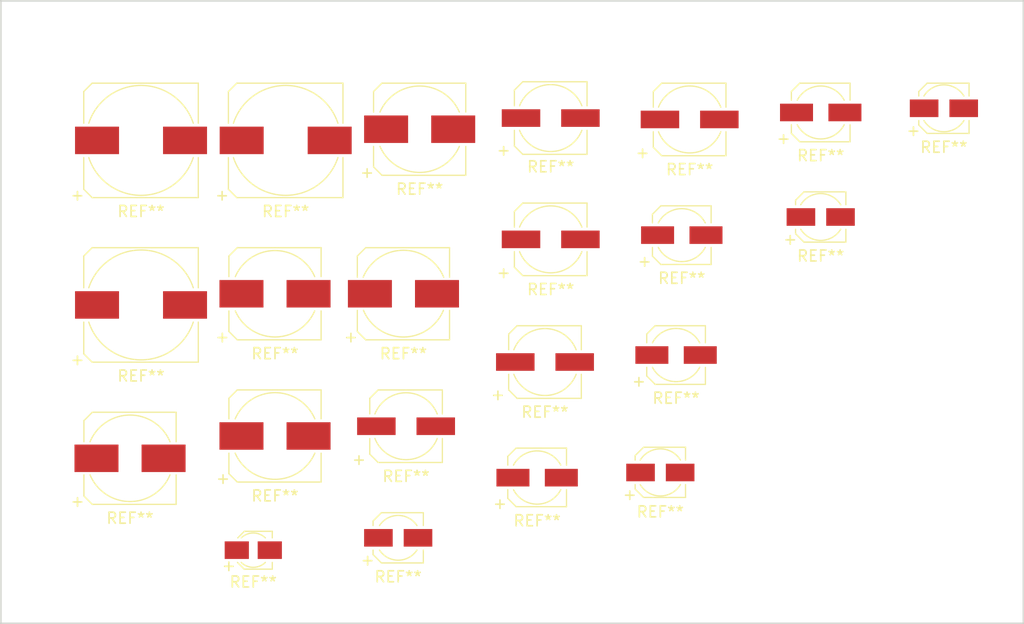
<source format=kicad_pcb>
(kicad_pcb (version 4) (host pcbnew 4.0.5)

  (general
    (links 0)
    (no_connects 0)
    (area 45.644999 40.564999 127.075001 91.515001)
    (thickness 1.6)
    (drawings 4)
    (tracks 0)
    (zones 0)
    (modules 22)
    (nets 1)
  )

  (page A4)
  (layers
    (0 F.Cu signal)
    (31 B.Cu signal)
    (32 B.Adhes user)
    (33 F.Adhes user)
    (34 B.Paste user)
    (35 F.Paste user)
    (36 B.SilkS user)
    (37 F.SilkS user)
    (38 B.Mask user)
    (39 F.Mask user)
    (40 Dwgs.User user)
    (41 Cmts.User user)
    (42 Eco1.User user)
    (43 Eco2.User user)
    (44 Edge.Cuts user)
    (45 Margin user)
    (46 B.CrtYd user)
    (47 F.CrtYd user)
    (48 B.Fab user)
    (49 F.Fab user)
  )

  (setup
    (last_trace_width 0.25)
    (trace_clearance 0.2)
    (zone_clearance 0.508)
    (zone_45_only no)
    (trace_min 0.2)
    (segment_width 0.2)
    (edge_width 0.15)
    (via_size 0.6)
    (via_drill 0.4)
    (via_min_size 0.4)
    (via_min_drill 0.3)
    (uvia_size 0.3)
    (uvia_drill 0.1)
    (uvias_allowed no)
    (uvia_min_size 0.2)
    (uvia_min_drill 0.1)
    (pcb_text_width 0.3)
    (pcb_text_size 1.5 1.5)
    (mod_edge_width 0.15)
    (mod_text_size 1 1)
    (mod_text_width 0.15)
    (pad_size 1.524 1.524)
    (pad_drill 0.762)
    (pad_to_mask_clearance 0.2)
    (aux_axis_origin 0 0)
    (visible_elements 7FFFFFFF)
    (pcbplotparams
      (layerselection 0x00030_80000001)
      (usegerberextensions false)
      (excludeedgelayer true)
      (linewidth 0.100000)
      (plotframeref false)
      (viasonmask false)
      (mode 1)
      (useauxorigin false)
      (hpglpennumber 1)
      (hpglpenspeed 20)
      (hpglpendiameter 15)
      (hpglpenoverlay 2)
      (psnegative false)
      (psa4output false)
      (plotreference true)
      (plotvalue true)
      (plotinvisibletext false)
      (padsonsilk false)
      (subtractmaskfromsilk false)
      (outputformat 1)
      (mirror false)
      (drillshape 1)
      (scaleselection 1)
      (outputdirectory ""))
  )

  (net 0 "")

  (net_class Default "This is the default net class."
    (clearance 0.2)
    (trace_width 0.25)
    (via_dia 0.6)
    (via_drill 0.4)
    (uvia_dia 0.3)
    (uvia_drill 0.1)
  )

  (module CP_Elec_10x10.5 (layer F.Cu) (tedit 57FA4AE4) (tstamp 0)
    (at 133.650002 48.004299)
    (descr "SMT capacitor, aluminium electrolytic, 10x10.5")
    (attr smd)
    (fp_text reference REF** (at 0 6.4643) (layer F.SilkS)
      (effects (font (size 1 1) (thickness 0.15)))
    )
    (fp_text value CP_Elec_10x10.5 (at 0 -6.4643) (layer F.Fab)
      (effects (font (size 1 1) (thickness 0.15)))
    )
    (fp_line (start -5.207 -4.445) (end -5.207 -1.5621) (layer F.SilkS) (width 0.12))
    (fp_line (start -5.207 4.445) (end -5.207 1.5621) (layer F.SilkS) (width 0.12))
    (fp_line (start 5.207 5.207) (end 5.207 1.5621) (layer F.SilkS) (width 0.12))
    (fp_line (start 5.207 -5.207) (end 5.207 -1.5621) (layer F.SilkS) (width 0.12))
    (fp_arc (start 0 0) (end 4.7498 1.5621) (angle 143.5903069) (layer F.SilkS) (width 0.12))
    (fp_arc (start 0 0) (end -4.7498 -1.5621) (angle 143.5903069) (layer F.SilkS) (width 0.12))
    (fp_line (start 5.0546 5.0546) (end 5.0546 -5.0546) (layer F.Fab) (width 0.1))
    (fp_line (start -4.3815 5.0546) (end 5.0546 5.0546) (layer F.Fab) (width 0.1))
    (fp_line (start -5.0546 4.3815) (end -4.3815 5.0546) (layer F.Fab) (width 0.1))
    (fp_line (start -5.0546 -4.3815) (end -5.0546 4.3815) (layer F.Fab) (width 0.1))
    (fp_line (start -4.3815 -5.0546) (end -5.0546 -4.3815) (layer F.Fab) (width 0.1))
    (fp_line (start 5.0546 -5.0546) (end -4.3815 -5.0546) (layer F.Fab) (width 0.1))
    (fp_text user + (at -2.9083 -0.0762) (layer F.Fab)
      (effects (font (size 1 1) (thickness 0.15)))
    )
    (fp_text user + (at -5.7785 4.9657) (layer F.SilkS)
      (effects (font (size 1 1) (thickness 0.15)))
    )
    (fp_line (start 6.35 -5.6) (end -6.35 -5.6) (layer F.CrtYd) (width 0.05))
    (fp_line (start -6.35 -5.6) (end -6.35 5.6) (layer F.CrtYd) (width 0.05))
    (fp_line (start -6.35 5.6) (end 6.35 5.6) (layer F.CrtYd) (width 0.05))
    (fp_line (start 6.35 5.6) (end 6.35 -5.6) (layer F.CrtYd) (width 0.05))
    (fp_line (start 5.207 5.207) (end -4.445 5.207) (layer F.SilkS) (width 0.12))
    (fp_line (start -4.445 5.207) (end -5.207 4.445) (layer F.SilkS) (width 0.12))
    (fp_line (start -5.207 -4.445) (end -4.445 -5.207) (layer F.SilkS) (width 0.12))
    (fp_line (start -4.445 -5.207) (end 5.207 -5.207) (layer F.SilkS) (width 0.12))
    (pad 1 smd rect (at -4 0 180) (size 4 2.5) (layers F.Cu F.Paste F.Mask))
    (pad 2 smd rect (at 4 0 180) (size 4 2.5) (layers F.Cu F.Paste F.Mask))
    (model Capacitors_SMD.3dshapes/CP_Elec_10x10.5.wrl
      (at (xyz 0 0 0))
      (scale (xyz 1 1 1))
      (rotate (xyz 0 0 180))
    )
  )

  (module CP_Elec_10x10 (layer F.Cu) (tedit 57FA4A6C) (tstamp 0)
    (at 133.650002 62.974299)
    (descr "SMT capacitor, aluminium electrolytic, 10x10")
    (attr smd)
    (fp_text reference REF** (at 0 6.4643) (layer F.SilkS)
      (effects (font (size 1 1) (thickness 0.15)))
    )
    (fp_text value CP_Elec_10x10 (at 0 -6.4643) (layer F.Fab)
      (effects (font (size 1 1) (thickness 0.15)))
    )
    (fp_line (start -5.207 -4.445) (end -5.207 -1.5621) (layer F.SilkS) (width 0.12))
    (fp_line (start -5.207 4.445) (end -5.207 1.5621) (layer F.SilkS) (width 0.12))
    (fp_line (start 5.207 5.207) (end 5.207 1.5621) (layer F.SilkS) (width 0.12))
    (fp_line (start 5.207 -5.207) (end 5.207 -1.5621) (layer F.SilkS) (width 0.12))
    (fp_arc (start 0 0) (end 4.7498 1.5621) (angle 143.5903069) (layer F.SilkS) (width 0.12))
    (fp_arc (start 0 0) (end -4.7498 -1.5621) (angle 143.5903069) (layer F.SilkS) (width 0.12))
    (fp_line (start 5.0546 5.0546) (end 5.0546 -5.0546) (layer F.Fab) (width 0.1))
    (fp_line (start -4.3815 5.0546) (end 5.0546 5.0546) (layer F.Fab) (width 0.1))
    (fp_line (start -5.0546 4.3815) (end -4.3815 5.0546) (layer F.Fab) (width 0.1))
    (fp_line (start -5.0546 -4.3815) (end -5.0546 4.3815) (layer F.Fab) (width 0.1))
    (fp_line (start -4.3815 -5.0546) (end -5.0546 -4.3815) (layer F.Fab) (width 0.1))
    (fp_line (start 5.0546 -5.0546) (end -4.3815 -5.0546) (layer F.Fab) (width 0.1))
    (fp_text user + (at -2.9083 -0.0762) (layer F.Fab)
      (effects (font (size 1 1) (thickness 0.15)))
    )
    (fp_text user + (at -5.7785 4.9657) (layer F.SilkS)
      (effects (font (size 1 1) (thickness 0.15)))
    )
    (fp_line (start 6.35 -5.6) (end -6.35 -5.6) (layer F.CrtYd) (width 0.05))
    (fp_line (start -6.35 -5.6) (end -6.35 5.6) (layer F.CrtYd) (width 0.05))
    (fp_line (start -6.35 5.6) (end 6.35 5.6) (layer F.CrtYd) (width 0.05))
    (fp_line (start 6.35 5.6) (end 6.35 -5.6) (layer F.CrtYd) (width 0.05))
    (fp_line (start 5.207 5.207) (end -4.445 5.207) (layer F.SilkS) (width 0.12))
    (fp_line (start -4.445 5.207) (end -5.207 4.445) (layer F.SilkS) (width 0.12))
    (fp_line (start -5.207 -4.445) (end -4.445 -5.207) (layer F.SilkS) (width 0.12))
    (fp_line (start -4.445 -5.207) (end 5.207 -5.207) (layer F.SilkS) (width 0.12))
    (pad 1 smd rect (at -4 0 180) (size 4 2.5) (layers F.Cu F.Paste F.Mask))
    (pad 2 smd rect (at 4 0 180) (size 4 2.5) (layers F.Cu F.Paste F.Mask))
    (model Capacitors_SMD.3dshapes/CP_Elec_10x10.wrl
      (at (xyz 0 0 0))
      (scale (xyz 1 1 1))
      (rotate (xyz 0 0 180))
    )
  )

  (module CP_Elec_10x7.7 (layer F.Cu) (tedit 57FA4B25) (tstamp 0)
    (at 146.800002 48.004299)
    (descr "SMT capacitor, aluminium electrolytic, 10x7.7")
    (attr smd)
    (fp_text reference REF** (at 0 6.4643) (layer F.SilkS)
      (effects (font (size 1 1) (thickness 0.15)))
    )
    (fp_text value CP_Elec_10x7.7 (at 0 -6.4643) (layer F.Fab)
      (effects (font (size 1 1) (thickness 0.15)))
    )
    (fp_line (start -5.207 -4.445) (end -5.207 -1.5621) (layer F.SilkS) (width 0.12))
    (fp_line (start -5.207 4.445) (end -5.207 1.5621) (layer F.SilkS) (width 0.12))
    (fp_line (start 5.207 5.207) (end 5.207 1.5621) (layer F.SilkS) (width 0.12))
    (fp_line (start 5.207 -5.207) (end 5.207 -1.5621) (layer F.SilkS) (width 0.12))
    (fp_arc (start 0 0) (end 4.7498 1.5621) (angle 143.5903069) (layer F.SilkS) (width 0.12))
    (fp_arc (start 0 0) (end -4.7498 -1.5621) (angle 143.5903069) (layer F.SilkS) (width 0.12))
    (fp_line (start 5.0546 5.0546) (end 5.0546 -5.0546) (layer F.Fab) (width 0.1))
    (fp_line (start -4.3815 5.0546) (end 5.0546 5.0546) (layer F.Fab) (width 0.1))
    (fp_line (start -5.0546 4.3815) (end -4.3815 5.0546) (layer F.Fab) (width 0.1))
    (fp_line (start -5.0546 -4.3815) (end -5.0546 4.3815) (layer F.Fab) (width 0.1))
    (fp_line (start -4.3815 -5.0546) (end -5.0546 -4.3815) (layer F.Fab) (width 0.1))
    (fp_line (start 5.0546 -5.0546) (end -4.3815 -5.0546) (layer F.Fab) (width 0.1))
    (fp_text user + (at -2.9083 -0.0762) (layer F.Fab)
      (effects (font (size 1 1) (thickness 0.15)))
    )
    (fp_text user + (at -5.7785 4.9657) (layer F.SilkS)
      (effects (font (size 1 1) (thickness 0.15)))
    )
    (fp_line (start 6.35 -5.6) (end -6.35 -5.6) (layer F.CrtYd) (width 0.05))
    (fp_line (start -6.35 -5.6) (end -6.35 5.6) (layer F.CrtYd) (width 0.05))
    (fp_line (start -6.35 5.6) (end 6.35 5.6) (layer F.CrtYd) (width 0.05))
    (fp_line (start 6.35 5.6) (end 6.35 -5.6) (layer F.CrtYd) (width 0.05))
    (fp_line (start 5.207 5.207) (end -4.445 5.207) (layer F.SilkS) (width 0.12))
    (fp_line (start -4.445 5.207) (end -5.207 4.445) (layer F.SilkS) (width 0.12))
    (fp_line (start -5.207 -4.445) (end -4.445 -5.207) (layer F.SilkS) (width 0.12))
    (fp_line (start -4.445 -5.207) (end 5.207 -5.207) (layer F.SilkS) (width 0.12))
    (pad 1 smd rect (at -4 0 180) (size 4 2.5) (layers F.Cu F.Paste F.Mask))
    (pad 2 smd rect (at 4 0 180) (size 4 2.5) (layers F.Cu F.Paste F.Mask))
    (model Capacitors_SMD.3dshapes/CP_Elec_10x7.7.wrl
      (at (xyz 0 0 0))
      (scale (xyz 1 1 1))
      (rotate (xyz 0 0 180))
    )
  )

  (module CP_Elec_3x5.3 (layer F.Cu) (tedit 57FA3E93) (tstamp 0)
    (at 143.855163 85.285599)
    (descr "SMT capacitor, aluminium electrolytic, 3x5.3")
    (attr smd)
    (fp_text reference REF** (at 0 2.8956) (layer F.SilkS)
      (effects (font (size 1 1) (thickness 0.15)))
    )
    (fp_text value CP_Elec_3x5.3 (at -0.0254 -2.8956) (layer F.Fab)
      (effects (font (size 1 1) (thickness 0.15)))
    )
    (fp_line (start -1.5621 -0.7493) (end -1.5621 0.7747) (layer F.Fab) (width 0.1))
    (fp_line (start -0.7493 -1.5621) (end -1.5621 -0.7493) (layer F.Fab) (width 0.1))
    (fp_line (start -0.762 1.5748) (end -1.5621 0.7747) (layer F.Fab) (width 0.1))
    (fp_line (start 1.5748 1.5748) (end 1.5748 -1.5621) (layer F.Fab) (width 0.1))
    (fp_line (start 1.5621 1.5748) (end -0.762 1.5748) (layer F.Fab) (width 0.1))
    (fp_line (start 1.5748 -1.5621) (end -0.7493 -1.5621) (layer F.Fab) (width 0.1))
    (fp_line (start -0.8255 1.7272) (end -1.4351 1.1176) (layer F.SilkS) (width 0.12))
    (fp_line (start 1.7272 1.7272) (end 1.7272 1.1176) (layer F.SilkS) (width 0.12))
    (fp_line (start -0.8128 -1.7145) (end -1.4097 -1.1176) (layer F.SilkS) (width 0.12))
    (fp_line (start 1.7272 -1.7145) (end 1.7272 -1.1176) (layer F.SilkS) (width 0.12))
    (fp_text user + (at -0.9398 -0.0762) (layer F.Fab)
      (effects (font (size 1 1) (thickness 0.15)))
    )
    (fp_text user + (at -2.2225 1.397) (layer F.SilkS)
      (effects (font (size 1 1) (thickness 0.15)))
    )
    (fp_arc (start 0 0) (end -1.0922 -1.1176) (angle 88.7) (layer F.SilkS) (width 0.12))
    (fp_arc (start 0 0) (end 1.0922 1.1176) (angle 88.7) (layer F.SilkS) (width 0.12))
    (fp_line (start -2.8 2.05) (end 2.8 2.05) (layer F.CrtYd) (width 0.05))
    (fp_line (start 2.8 2.05) (end 2.8 -2.05) (layer F.CrtYd) (width 0.05))
    (fp_line (start 2.8 -2.05) (end -2.8 -2.05) (layer F.CrtYd) (width 0.05))
    (fp_line (start -2.8 -2.05) (end -2.8 2.05) (layer F.CrtYd) (width 0.05))
    (fp_line (start -0.8255 1.7272) (end 1.7145 1.7272) (layer F.SilkS) (width 0.12))
    (fp_line (start 1.7272 -1.7145) (end -0.8128 -1.7145) (layer F.SilkS) (width 0.12))
    (pad 2 smd rect (at 1.5 0) (size 2.2 1.6) (layers F.Cu F.Paste F.Mask))
    (pad 1 smd rect (at -1.5 0) (size 2.2 1.6) (layers F.Cu F.Paste F.Mask))
    (model Capacitors_SMD.3dshapes/CP_Elec_3x5.3.wrl
      (at (xyz 0 0 0))
      (scale (xyz 1 1 1))
      (rotate (xyz 0 0 180))
    )
  )

  (module CP_Elec_4x4.5 (layer F.Cu) (tedit 57FA4379) (tstamp 0)
    (at 180.859763 78.219999)
    (descr "SMT capacitor, aluminium electrolytic, 4x4.5")
    (attr smd)
    (fp_text reference REF** (at 0 3.58 180) (layer F.SilkS)
      (effects (font (size 1 1) (thickness 0.15)))
    )
    (fp_text value CP_Elec_4x4.5 (at 0 -3.45 180) (layer F.Fab)
      (effects (font (size 1 1) (thickness 0.15)))
    )
    (fp_text user + (at -1.24 -0.08) (layer F.Fab)
      (effects (font (size 1 1) (thickness 0.15)))
    )
    (fp_text user + (at -2.78 1.99 180) (layer F.SilkS)
      (effects (font (size 1 1) (thickness 0.15)))
    )
    (fp_line (start 2.13 2.12) (end 2.13 -2.15) (layer F.Fab) (width 0.1))
    (fp_line (start -1.46 2.12) (end 2.13 2.12) (layer F.Fab) (width 0.1))
    (fp_line (start -2.13 1.45) (end -1.46 2.12) (layer F.Fab) (width 0.1))
    (fp_line (start -2.13 -1.47) (end -2.13 1.45) (layer F.Fab) (width 0.1))
    (fp_line (start -1.46 -2.15) (end -2.13 -1.47) (layer F.Fab) (width 0.1))
    (fp_line (start 2.13 -2.15) (end -1.46 -2.15) (layer F.Fab) (width 0.1))
    (fp_line (start 2.29 -2.3) (end 2.29 -1.13) (layer F.SilkS) (width 0.12))
    (fp_line (start 2.29 2.27) (end 2.29 1.1) (layer F.SilkS) (width 0.12))
    (fp_line (start -2.29 1.51) (end -2.29 1.1) (layer F.SilkS) (width 0.12))
    (fp_line (start -2.29 -1.54) (end -2.29 -1.13) (layer F.SilkS) (width 0.12))
    (fp_line (start 3.35 -2.66) (end -3.35 -2.66) (layer F.CrtYd) (width 0.05))
    (fp_line (start -3.35 2.64) (end 3.35 2.64) (layer F.CrtYd) (width 0.05))
    (fp_line (start 3.35 2.64) (end 3.35 -2.66) (layer F.CrtYd) (width 0.05))
    (fp_line (start -3.35 -2.66) (end -3.35 2.64) (layer F.CrtYd) (width 0.05))
    (fp_line (start -1.52 -2.3) (end 2.29 -2.3) (layer F.SilkS) (width 0.12))
    (fp_line (start -1.52 -2.3) (end -2.29 -1.54) (layer F.SilkS) (width 0.12))
    (fp_line (start -1.52 2.27) (end 2.29 2.27) (layer F.SilkS) (width 0.12))
    (fp_line (start -1.52 2.27) (end -2.29 1.51) (layer F.SilkS) (width 0.12))
    (fp_arc (start 0 0) (end -1.83 -1.13) (angle 116.6) (layer F.SilkS) (width 0.12))
    (fp_arc (start 0 0) (end 1.83 1.1) (angle 117.7) (layer F.SilkS) (width 0.12))
    (pad 1 smd rect (at -1.8 0 180) (size 2.6 1.6) (layers F.Cu F.Paste F.Mask))
    (pad 2 smd rect (at 1.8 0 180) (size 2.6 1.6) (layers F.Cu F.Paste F.Mask))
    (model Capacitors_SMD.3dshapes/CP_Elec_4x4.5.wrl
      (at (xyz 0 0 0))
      (scale (xyz 1 1 1))
      (rotate (xyz 0 0 180))
    )
  )

  (module CP_Elec_4x5.3 (layer F.Cu) (tedit 57FA43A5) (tstamp 0)
    (at 206.639763 45.083299)
    (descr "SMT capacitor, aluminium electrolytic, 4x5.3")
    (attr smd)
    (fp_text reference REF** (at 0 3.5433) (layer F.SilkS)
      (effects (font (size 1 1) (thickness 0.15)))
    )
    (fp_text value CP_Elec_4x5.3 (at 0 -3.5433) (layer F.Fab)
      (effects (font (size 1 1) (thickness 0.15)))
    )
    (fp_text user + (at -1.2065 -0.0762) (layer F.Fab)
      (effects (font (size 1 1) (thickness 0.15)))
    )
    (fp_line (start 2.1336 2.1336) (end 2.1336 -2.1336) (layer F.Fab) (width 0.1))
    (fp_line (start -1.4605 2.1336) (end 2.1336 2.1336) (layer F.Fab) (width 0.1))
    (fp_line (start -2.1336 1.4605) (end -1.4605 2.1336) (layer F.Fab) (width 0.1))
    (fp_line (start -2.1336 -1.4605) (end -2.1336 1.4605) (layer F.Fab) (width 0.1))
    (fp_line (start -1.4605 -2.1336) (end -2.1336 -1.4605) (layer F.Fab) (width 0.1))
    (fp_line (start 2.1336 -2.1336) (end -1.4605 -2.1336) (layer F.Fab) (width 0.1))
    (fp_arc (start 0 0) (end 1.8161 1.1176) (angle 116.717029) (layer F.SilkS) (width 0.12))
    (fp_arc (start 0 0) (end -1.8161 -1.1176) (angle 116.7849955) (layer F.SilkS) (width 0.12))
    (fp_line (start -2.286 -1.524) (end -2.286 -1.1176) (layer F.SilkS) (width 0.12))
    (fp_line (start 2.286 -2.286) (end 2.286 -1.1176) (layer F.SilkS) (width 0.12))
    (fp_line (start 2.286 2.286) (end 2.286 1.1176) (layer F.SilkS) (width 0.12))
    (fp_line (start -2.286 1.524) (end -2.286 1.1176) (layer F.SilkS) (width 0.12))
    (fp_text user + (at -2.7686 2.0066) (layer F.SilkS)
      (effects (font (size 1 1) (thickness 0.15)))
    )
    (fp_line (start 3.35 -2.65) (end -3.35 -2.65) (layer F.CrtYd) (width 0.05))
    (fp_line (start -3.35 -2.65) (end -3.35 2.65) (layer F.CrtYd) (width 0.05))
    (fp_line (start -3.35 2.65) (end 3.35 2.65) (layer F.CrtYd) (width 0.05))
    (fp_line (start 3.35 2.65) (end 3.35 -2.65) (layer F.CrtYd) (width 0.05))
    (fp_line (start -1.524 2.286) (end 2.286 2.286) (layer F.SilkS) (width 0.12))
    (fp_line (start -1.524 2.286) (end -2.286 1.524) (layer F.SilkS) (width 0.12))
    (fp_line (start -1.524 -2.286) (end 2.286 -2.286) (layer F.SilkS) (width 0.12))
    (fp_line (start -1.524 -2.286) (end -2.286 -1.524) (layer F.SilkS) (width 0.12))
    (pad 1 smd rect (at -1.8 0 180) (size 2.6 1.6) (layers F.Cu F.Paste F.Mask))
    (pad 2 smd rect (at 1.8 0 180) (size 2.6 1.6) (layers F.Cu F.Paste F.Mask))
    (model Capacitors_SMD.3dshapes/CP_Elec_4x5.3.wrl
      (at (xyz 0 0 0))
      (scale (xyz 1 1 1))
      (rotate (xyz 0 0 180))
    )
  )

  (module CP_Elec_4x5.7 (layer F.Cu) (tedit 57FA43FA) (tstamp 0)
    (at 195.439763 54.973299)
    (descr "SMT capacitor, aluminium electrolytic, 4x5.7")
    (attr smd)
    (fp_text reference REF** (at 0 3.5433) (layer F.SilkS)
      (effects (font (size 1 1) (thickness 0.15)))
    )
    (fp_text value CP_Elec_4x5.7 (at 0 -3.5433) (layer F.Fab)
      (effects (font (size 1 1) (thickness 0.15)))
    )
    (fp_text user + (at -1.1049 -0.0762) (layer F.Fab)
      (effects (font (size 1 1) (thickness 0.15)))
    )
    (fp_line (start 2.1336 2.1336) (end 2.1336 -2.1336) (layer F.Fab) (width 0.1))
    (fp_line (start -1.4605 2.1336) (end 2.1336 2.1336) (layer F.Fab) (width 0.1))
    (fp_line (start -2.1336 1.4605) (end -1.4605 2.1336) (layer F.Fab) (width 0.1))
    (fp_line (start -2.1336 -1.4605) (end -2.1336 1.4605) (layer F.Fab) (width 0.1))
    (fp_line (start -1.4605 -2.1336) (end -2.1336 -1.4605) (layer F.Fab) (width 0.1))
    (fp_line (start 2.1336 -2.1336) (end -1.4605 -2.1336) (layer F.Fab) (width 0.1))
    (fp_line (start 2.286 2.286) (end 2.286 1.1176) (layer F.SilkS) (width 0.12))
    (fp_line (start 2.286 -2.286) (end 2.286 -1.1176) (layer F.SilkS) (width 0.12))
    (fp_line (start -2.286 -1.524) (end -2.286 -1.1176) (layer F.SilkS) (width 0.12))
    (fp_line (start -2.286 1.524) (end -2.286 1.1176) (layer F.SilkS) (width 0.12))
    (fp_arc (start 0 0) (end 1.8161 1.1176) (angle 116.8306859) (layer F.SilkS) (width 0.12))
    (fp_arc (start 0 0) (end -1.8161 -1.1176) (angle 116.9629321) (layer F.SilkS) (width 0.12))
    (fp_text user + (at -2.7686 2.0066) (layer F.SilkS)
      (effects (font (size 1 1) (thickness 0.15)))
    )
    (fp_line (start 3.35 -2.65) (end -3.35 -2.65) (layer F.CrtYd) (width 0.05))
    (fp_line (start -3.35 -2.65) (end -3.35 2.65) (layer F.CrtYd) (width 0.05))
    (fp_line (start -3.35 2.65) (end 3.35 2.65) (layer F.CrtYd) (width 0.05))
    (fp_line (start 3.35 2.65) (end 3.35 -2.65) (layer F.CrtYd) (width 0.05))
    (fp_line (start -1.524 2.286) (end 2.286 2.286) (layer F.SilkS) (width 0.12))
    (fp_line (start -1.524 2.286) (end -2.286 1.524) (layer F.SilkS) (width 0.12))
    (fp_line (start -1.524 -2.286) (end 2.286 -2.286) (layer F.SilkS) (width 0.12))
    (fp_line (start -1.524 -2.286) (end -2.286 -1.524) (layer F.SilkS) (width 0.12))
    (pad 1 smd rect (at -1.8 0 180) (size 2.6 1.6) (layers F.Cu F.Paste F.Mask))
    (pad 2 smd rect (at 1.8 0 180) (size 2.6 1.6) (layers F.Cu F.Paste F.Mask))
    (model Capacitors_SMD.3dshapes/CP_Elec_4x5.7.wrl
      (at (xyz 0 0 0))
      (scale (xyz 1 1 1))
      (rotate (xyz 0 0 180))
    )
  )

  (module CP_Elec_4x5.8 (layer F.Cu) (tedit 57FA4419) (tstamp 0)
    (at 157.029763 84.163299)
    (descr "SMT capacitor, aluminium electrolytic, 4x5.8")
    (attr smd)
    (fp_text reference REF** (at 0 3.5433) (layer F.SilkS)
      (effects (font (size 1 1) (thickness 0.15)))
    )
    (fp_text value CP_Elec_4x5.8 (at 0 -3.5433) (layer F.Fab)
      (effects (font (size 1 1) (thickness 0.15)))
    )
    (fp_text user + (at -1.1176 -0.0635) (layer F.Fab)
      (effects (font (size 1 1) (thickness 0.15)))
    )
    (fp_line (start 2.1336 2.1336) (end 2.1336 -2.1336) (layer F.Fab) (width 0.1))
    (fp_line (start -1.4605 2.1336) (end 2.1336 2.1336) (layer F.Fab) (width 0.1))
    (fp_line (start -2.1336 1.4605) (end -1.4605 2.1336) (layer F.Fab) (width 0.1))
    (fp_line (start -2.1336 -1.4605) (end -2.1336 1.4605) (layer F.Fab) (width 0.1))
    (fp_line (start -1.4605 -2.1336) (end -2.1336 -1.4605) (layer F.Fab) (width 0.1))
    (fp_line (start 2.1336 -2.1336) (end -1.4605 -2.1336) (layer F.Fab) (width 0.1))
    (fp_arc (start 0 0) (end 1.7018 1.1176) (angle 113.5052292) (layer F.SilkS) (width 0.12))
    (fp_arc (start 0 0) (end -1.7018 -1.1176) (angle 113.4128735) (layer F.SilkS) (width 0.12))
    (fp_line (start -2.286 1.524) (end -2.286 1.1176) (layer F.SilkS) (width 0.12))
    (fp_line (start 2.286 2.286) (end 2.286 1.1176) (layer F.SilkS) (width 0.12))
    (fp_line (start 2.286 -2.286) (end 2.286 -1.1176) (layer F.SilkS) (width 0.12))
    (fp_line (start -2.286 -1.524) (end -2.286 -1.1176) (layer F.SilkS) (width 0.12))
    (fp_text user + (at -2.7813 2.0066) (layer F.SilkS)
      (effects (font (size 1 1) (thickness 0.15)))
    )
    (fp_line (start 3.35 -2.65) (end -3.35 -2.65) (layer F.CrtYd) (width 0.05))
    (fp_line (start -3.35 -2.65) (end -3.35 2.65) (layer F.CrtYd) (width 0.05))
    (fp_line (start -3.35 2.65) (end 3.35 2.65) (layer F.CrtYd) (width 0.05))
    (fp_line (start 3.35 2.65) (end 3.35 -2.65) (layer F.CrtYd) (width 0.05))
    (fp_line (start -1.524 2.286) (end 2.286 2.286) (layer F.SilkS) (width 0.12))
    (fp_line (start -1.524 2.286) (end -2.286 1.524) (layer F.SilkS) (width 0.12))
    (fp_line (start -1.524 -2.286) (end 2.286 -2.286) (layer F.SilkS) (width 0.12))
    (fp_line (start -1.524 -2.286) (end -2.286 -1.524) (layer F.SilkS) (width 0.12))
    (pad 1 smd rect (at -1.8 0 180) (size 2.6 1.6) (layers F.Cu F.Paste F.Mask))
    (pad 2 smd rect (at 1.8 0 180) (size 2.6 1.6) (layers F.Cu F.Paste F.Mask))
    (model Capacitors_SMD.3dshapes/CP_Elec_4x5.8.wrl
      (at (xyz 0 0 0))
      (scale (xyz 1 1 1))
      (rotate (xyz 0 0 180))
    )
  )

  (module CP_Elec_5x4.5 (layer F.Cu) (tedit 57FA4475) (tstamp 0)
    (at 182.289763 67.534299)
    (descr "SMT capacitor, aluminium electrolytic, 5x4.5")
    (attr smd)
    (fp_text reference REF** (at 0 3.9243) (layer F.SilkS)
      (effects (font (size 1 1) (thickness 0.15)))
    )
    (fp_text value CP_Elec_5x4.5 (at 0 -3.9243) (layer F.Fab)
      (effects (font (size 1 1) (thickness 0.15)))
    )
    (fp_text user + (at -1.3716 -0.0762) (layer F.Fab)
      (effects (font (size 1 1) (thickness 0.15)))
    )
    (fp_line (start 2.5146 2.5146) (end 2.5146 -2.5146) (layer F.Fab) (width 0.1))
    (fp_line (start -1.8415 2.5146) (end 2.5146 2.5146) (layer F.Fab) (width 0.1))
    (fp_line (start -2.5146 1.8415) (end -1.8415 2.5146) (layer F.Fab) (width 0.1))
    (fp_line (start -2.5146 -1.8415) (end -2.5146 1.8415) (layer F.Fab) (width 0.1))
    (fp_line (start -1.8415 -2.5146) (end -2.5146 -1.8415) (layer F.Fab) (width 0.1))
    (fp_line (start 2.5146 -2.5146) (end -1.8415 -2.5146) (layer F.Fab) (width 0.1))
    (fp_line (start 2.667 2.667) (end 2.667 1.1176) (layer F.SilkS) (width 0.12))
    (fp_line (start 2.667 -2.667) (end 2.667 -1.1176) (layer F.SilkS) (width 0.12))
    (fp_line (start -2.667 -1.905) (end -2.667 -1.1176) (layer F.SilkS) (width 0.12))
    (fp_line (start -2.667 1.905) (end -2.667 1.1176) (layer F.SilkS) (width 0.12))
    (fp_arc (start 0 0) (end 2.1463 1.1176) (angle 124.9871072) (layer F.SilkS) (width 0.12))
    (fp_arc (start 0 0) (end -2.1463 -1.1176) (angle 124.9644817) (layer F.SilkS) (width 0.12))
    (fp_text user + (at -3.3782 2.3622) (layer F.SilkS)
      (effects (font (size 1 1) (thickness 0.15)))
    )
    (fp_line (start 3.95 -3) (end -3.95 -3) (layer F.CrtYd) (width 0.05))
    (fp_line (start -3.95 -3) (end -3.95 3) (layer F.CrtYd) (width 0.05))
    (fp_line (start -3.95 3) (end 3.95 3) (layer F.CrtYd) (width 0.05))
    (fp_line (start 3.95 3) (end 3.95 -3) (layer F.CrtYd) (width 0.05))
    (fp_line (start 2.667 -2.667) (end -1.905 -2.667) (layer F.SilkS) (width 0.12))
    (fp_line (start -1.905 -2.667) (end -2.667 -1.905) (layer F.SilkS) (width 0.12))
    (fp_line (start -2.667 1.905) (end -1.905 2.667) (layer F.SilkS) (width 0.12))
    (fp_line (start -1.905 2.667) (end 2.667 2.667) (layer F.SilkS) (width 0.12))
    (pad 1 smd rect (at -2.2 0 180) (size 3 1.6) (layers F.Cu F.Paste F.Mask))
    (pad 2 smd rect (at 2.2 0 180) (size 3 1.6) (layers F.Cu F.Paste F.Mask))
    (model Capacitors_SMD.3dshapes/CP_Elec_5x4.5.wrl
      (at (xyz 0 0 0))
      (scale (xyz 1 1 1))
      (rotate (xyz 0 0 180))
    )
  )

  (module CP_Elec_5x5.3 (layer F.Cu) (tedit 57FA44CE) (tstamp 0)
    (at 169.659763 78.689999)
    (descr "SMT capacitor, aluminium electrolytic, 5x5.3")
    (attr smd)
    (fp_text reference REF** (at 0 3.92) (layer F.SilkS)
      (effects (font (size 1 1) (thickness 0.15)))
    )
    (fp_text value CP_Elec_5x5.3 (at 0 -3.92) (layer F.Fab)
      (effects (font (size 1 1) (thickness 0.15)))
    )
    (fp_text user + (at -1.37 -0.08) (layer F.Fab)
      (effects (font (size 1 1) (thickness 0.15)))
    )
    (fp_text user + (at -3.38 2.34) (layer F.SilkS)
      (effects (font (size 1 1) (thickness 0.15)))
    )
    (fp_line (start 2.51 2.49) (end 2.51 -2.54) (layer F.Fab) (width 0.1))
    (fp_line (start -1.84 2.49) (end 2.51 2.49) (layer F.Fab) (width 0.1))
    (fp_line (start -2.51 1.82) (end -1.84 2.49) (layer F.Fab) (width 0.1))
    (fp_line (start -2.51 -1.87) (end -2.51 1.82) (layer F.Fab) (width 0.1))
    (fp_line (start -1.84 -2.54) (end -2.51 -1.87) (layer F.Fab) (width 0.1))
    (fp_line (start 2.51 -2.54) (end -1.84 -2.54) (layer F.Fab) (width 0.1))
    (fp_line (start 2.67 -2.69) (end 2.67 -1.14) (layer F.SilkS) (width 0.12))
    (fp_line (start 2.67 2.64) (end 2.67 1.09) (layer F.SilkS) (width 0.12))
    (fp_line (start -2.67 1.88) (end -2.67 1.09) (layer F.SilkS) (width 0.12))
    (fp_line (start -2.67 -1.93) (end -2.67 -1.14) (layer F.SilkS) (width 0.12))
    (fp_line (start 3.95 -3.03) (end -3.95 -3.03) (layer F.CrtYd) (width 0.05))
    (fp_line (start -3.95 -3.03) (end -3.95 2.97) (layer F.CrtYd) (width 0.05))
    (fp_line (start -3.95 2.97) (end 3.95 2.97) (layer F.CrtYd) (width 0.05))
    (fp_line (start 3.95 2.97) (end 3.95 -3.03) (layer F.CrtYd) (width 0.05))
    (fp_line (start 2.67 -2.69) (end -1.91 -2.69) (layer F.SilkS) (width 0.12))
    (fp_line (start -1.91 -2.69) (end -2.67 -1.93) (layer F.SilkS) (width 0.12))
    (fp_line (start -2.67 1.88) (end -1.91 2.64) (layer F.SilkS) (width 0.12))
    (fp_line (start -1.91 2.64) (end 2.67 2.64) (layer F.SilkS) (width 0.12))
    (fp_arc (start 0 0) (end 2.15 1.09) (angle 126.05) (layer F.SilkS) (width 0.12))
    (fp_arc (start 0 0) (end -2.15 -1.14) (angle 123.91) (layer F.SilkS) (width 0.12))
    (pad 1 smd rect (at -2.2 0 180) (size 3 1.6) (layers F.Cu F.Paste F.Mask))
    (pad 2 smd rect (at 2.2 0 180) (size 3 1.6) (layers F.Cu F.Paste F.Mask))
    (model Capacitors_SMD.3dshapes/CP_Elec_5x5.3.wrl
      (at (xyz 0 0 0))
      (scale (xyz 1 1 1))
      (rotate (xyz 0 0 180))
    )
  )

  (module CP_Elec_5x5.7 (layer F.Cu) (tedit 57FA44EC) (tstamp 0)
    (at 182.809763 56.624299)
    (descr "SMT capacitor, aluminium electrolytic, 5x5.7")
    (attr smd)
    (fp_text reference REF** (at 0 3.9243) (layer F.SilkS)
      (effects (font (size 1 1) (thickness 0.15)))
    )
    (fp_text value CP_Elec_5x5.7 (at 0 -3.9243) (layer F.Fab)
      (effects (font (size 1 1) (thickness 0.15)))
    )
    (fp_text user + (at -1.397 -0.0635) (layer F.Fab)
      (effects (font (size 1 1) (thickness 0.15)))
    )
    (fp_line (start 2.5146 2.5146) (end 2.5146 -2.5146) (layer F.Fab) (width 0.1))
    (fp_line (start -1.8415 2.5146) (end 2.5146 2.5146) (layer F.Fab) (width 0.1))
    (fp_line (start -2.5146 1.8415) (end -1.8415 2.5146) (layer F.Fab) (width 0.1))
    (fp_line (start -2.5146 -1.8415) (end -2.5146 1.8415) (layer F.Fab) (width 0.1))
    (fp_line (start -1.8415 -2.5146) (end -2.5146 -1.8415) (layer F.Fab) (width 0.1))
    (fp_line (start 2.5146 -2.5146) (end -1.8415 -2.5146) (layer F.Fab) (width 0.1))
    (fp_arc (start 0 0) (end 2.1336 1.1176) (angle 124.7080493) (layer F.SilkS) (width 0.12))
    (fp_arc (start 0 0) (end -2.1336 -1.1176) (angle 124.7080493) (layer F.SilkS) (width 0.12))
    (fp_line (start 2.667 2.667) (end 2.667 1.1176) (layer F.SilkS) (width 0.12))
    (fp_line (start 2.667 -2.667) (end 2.667 -1.1176) (layer F.SilkS) (width 0.12))
    (fp_line (start -2.667 -1.905) (end -2.667 -1.1176) (layer F.SilkS) (width 0.12))
    (fp_line (start -2.667 1.905) (end -2.667 1.1176) (layer F.SilkS) (width 0.12))
    (fp_text user + (at -3.3782 2.3622) (layer F.SilkS)
      (effects (font (size 1 1) (thickness 0.15)))
    )
    (fp_line (start 3.95 -3) (end -3.95 -3) (layer F.CrtYd) (width 0.05))
    (fp_line (start -3.95 -3) (end -3.95 3) (layer F.CrtYd) (width 0.05))
    (fp_line (start -3.95 3) (end 3.95 3) (layer F.CrtYd) (width 0.05))
    (fp_line (start 3.95 3) (end 3.95 -3) (layer F.CrtYd) (width 0.05))
    (fp_line (start 2.667 -2.667) (end -1.905 -2.667) (layer F.SilkS) (width 0.12))
    (fp_line (start -1.905 -2.667) (end -2.667 -1.905) (layer F.SilkS) (width 0.12))
    (fp_line (start -2.667 1.905) (end -1.905 2.667) (layer F.SilkS) (width 0.12))
    (fp_line (start -1.905 2.667) (end 2.667 2.667) (layer F.SilkS) (width 0.12))
    (pad 1 smd rect (at -2.2 0 180) (size 3 1.6) (layers F.Cu F.Paste F.Mask))
    (pad 2 smd rect (at 2.2 0 180) (size 3 1.6) (layers F.Cu F.Paste F.Mask))
    (model Capacitors_SMD.3dshapes/CP_Elec_5x5.7.wrl
      (at (xyz 0 0 0))
      (scale (xyz 1 1 1))
      (rotate (xyz 0 0 180))
    )
  )

  (module CP_Elec_5x5.8 (layer F.Cu) (tedit 57FA4507) (tstamp 0)
    (at 195.439763 45.464299)
    (descr "SMT capacitor, aluminium electrolytic, 5x5.8")
    (attr smd)
    (fp_text reference REF** (at 0 3.9243) (layer F.SilkS)
      (effects (font (size 1 1) (thickness 0.15)))
    )
    (fp_text value CP_Elec_5x5.8 (at 0 -3.9243) (layer F.Fab)
      (effects (font (size 1 1) (thickness 0.15)))
    )
    (fp_text user + (at -1.3843 -0.0635) (layer F.Fab)
      (effects (font (size 1 1) (thickness 0.15)))
    )
    (fp_line (start 2.5146 2.5146) (end 2.5146 -2.5146) (layer F.Fab) (width 0.1))
    (fp_line (start -1.8415 2.5146) (end 2.5146 2.5146) (layer F.Fab) (width 0.1))
    (fp_line (start -2.5146 1.8415) (end -1.8415 2.5146) (layer F.Fab) (width 0.1))
    (fp_line (start -2.5146 -1.8415) (end -2.5146 1.8415) (layer F.Fab) (width 0.1))
    (fp_line (start -1.8415 -2.5146) (end -2.5146 -1.8415) (layer F.Fab) (width 0.1))
    (fp_line (start 2.5146 -2.5146) (end -1.8415 -2.5146) (layer F.Fab) (width 0.1))
    (fp_line (start 2.667 2.667) (end 2.667 1.1176) (layer F.SilkS) (width 0.12))
    (fp_line (start 2.667 -2.667) (end 2.667 -1.1176) (layer F.SilkS) (width 0.12))
    (fp_line (start -2.667 1.905) (end -2.667 1.1176) (layer F.SilkS) (width 0.12))
    (fp_line (start -2.667 -1.905) (end -2.667 -1.1176) (layer F.SilkS) (width 0.12))
    (fp_arc (start 0 0) (end 2.1336 1.1176) (angle 124.6819464) (layer F.SilkS) (width 0.12))
    (fp_arc (start 0 0) (end -2.1336 -1.1176) (angle 124.7080493) (layer F.SilkS) (width 0.12))
    (fp_text user + (at -3.3782 2.3495) (layer F.SilkS)
      (effects (font (size 1 1) (thickness 0.15)))
    )
    (fp_line (start 3.95 -3) (end -3.95 -3) (layer F.CrtYd) (width 0.05))
    (fp_line (start -3.95 -3) (end -3.95 3) (layer F.CrtYd) (width 0.05))
    (fp_line (start -3.95 3) (end 3.95 3) (layer F.CrtYd) (width 0.05))
    (fp_line (start 3.95 3) (end 3.95 -3) (layer F.CrtYd) (width 0.05))
    (fp_line (start 2.667 -2.667) (end -1.905 -2.667) (layer F.SilkS) (width 0.12))
    (fp_line (start -1.905 -2.667) (end -2.667 -1.905) (layer F.SilkS) (width 0.12))
    (fp_line (start -2.667 1.905) (end -1.905 2.667) (layer F.SilkS) (width 0.12))
    (fp_line (start -1.905 2.667) (end 2.667 2.667) (layer F.SilkS) (width 0.12))
    (pad 1 smd rect (at -2.2 0 180) (size 3 1.6) (layers F.Cu F.Paste F.Mask))
    (pad 2 smd rect (at 2.2 0 180) (size 3 1.6) (layers F.Cu F.Paste F.Mask))
    (model Capacitors_SMD.3dshapes/CP_Elec_5x5.8.wrl
      (at (xyz 0 0 0))
      (scale (xyz 1 1 1))
      (rotate (xyz 0 0 180))
    )
  )

  (module CP_Elec_6.3x4.5 (layer F.Cu) (tedit 57FA4558) (tstamp 0)
    (at 170.374049 68.169299)
    (descr "SMT capacitor, aluminium electrolytic, 6.3x4.5")
    (attr smd)
    (fp_text reference REF** (at 0 4.5593) (layer F.SilkS)
      (effects (font (size 1 1) (thickness 0.15)))
    )
    (fp_text value CP_Elec_6.3x4.5 (at 0 -4.5593) (layer F.Fab)
      (effects (font (size 1 1) (thickness 0.15)))
    )
    (fp_line (start 3.1496 3.1496) (end 3.1496 -3.1496) (layer F.Fab) (width 0.1))
    (fp_line (start -2.4765 3.1496) (end 3.1496 3.1496) (layer F.Fab) (width 0.1))
    (fp_line (start -3.1496 2.4765) (end -2.4765 3.1496) (layer F.Fab) (width 0.1))
    (fp_line (start -3.1496 -2.4765) (end -3.1496 2.4765) (layer F.Fab) (width 0.1))
    (fp_line (start -2.4765 -3.1496) (end -3.1496 -2.4765) (layer F.Fab) (width 0.1))
    (fp_line (start 3.1496 -3.1496) (end -2.4765 -3.1496) (layer F.Fab) (width 0.1))
    (fp_text user + (at -1.7272 -0.0762) (layer F.Fab)
      (effects (font (size 1 1) (thickness 0.15)))
    )
    (fp_arc (start 0 0) (end 2.8321 1.1176) (angle 136.9297483) (layer F.SilkS) (width 0.12))
    (fp_arc (start 0 0) (end -2.8321 -1.1176) (angle 136.9770428) (layer F.SilkS) (width 0.12))
    (fp_line (start 3.302 3.302) (end 3.302 1.1176) (layer F.SilkS) (width 0.12))
    (fp_line (start 3.302 -3.302) (end 3.302 -1.1176) (layer F.SilkS) (width 0.12))
    (fp_line (start -3.302 2.54) (end -3.302 1.1176) (layer F.SilkS) (width 0.12))
    (fp_line (start -3.302 -2.54) (end -3.302 -1.1176) (layer F.SilkS) (width 0.12))
    (fp_text user + (at -4.2799 2.9591) (layer F.SilkS)
      (effects (font (size 1 1) (thickness 0.15)))
    )
    (fp_line (start 4.85 -3.6) (end -4.85 -3.6) (layer F.CrtYd) (width 0.05))
    (fp_line (start -4.85 -3.6) (end -4.85 3.6) (layer F.CrtYd) (width 0.05))
    (fp_line (start -4.85 3.6) (end 4.85 3.6) (layer F.CrtYd) (width 0.05))
    (fp_line (start 4.85 3.6) (end 4.85 -3.6) (layer F.CrtYd) (width 0.05))
    (fp_line (start 3.302 3.302) (end -2.54 3.302) (layer F.SilkS) (width 0.12))
    (fp_line (start -2.54 3.302) (end -3.302 2.54) (layer F.SilkS) (width 0.12))
    (fp_line (start -3.302 -2.54) (end -2.54 -3.302) (layer F.SilkS) (width 0.12))
    (fp_line (start -2.54 -3.302) (end 3.302 -3.302) (layer F.SilkS) (width 0.12))
    (pad 1 smd rect (at -2.7 0 180) (size 3.5 1.6) (layers F.Cu F.Paste F.Mask))
    (pad 2 smd rect (at 2.7 0 180) (size 3.5 1.6) (layers F.Cu F.Paste F.Mask))
    (model Capacitors_SMD.3dshapes/CP_Elec_6.3x4.5.wrl
      (at (xyz 0 0 0))
      (scale (xyz 1 1 1))
      (rotate (xyz 0 0 180))
    )
  )

  (module CP_Elec_6.3x5.3 (layer F.Cu) (tedit 57FA457B) (tstamp 0)
    (at 170.894049 57.009299)
    (descr "SMT capacitor, aluminium electrolytic, 6.3x5.3")
    (attr smd)
    (fp_text reference REF** (at 0 4.5593) (layer F.SilkS)
      (effects (font (size 1 1) (thickness 0.15)))
    )
    (fp_text value CP_Elec_6.3x5.3 (at 0 -4.5593) (layer F.Fab)
      (effects (font (size 1 1) (thickness 0.15)))
    )
    (fp_line (start 3.1496 3.1496) (end 3.1496 -3.1496) (layer F.Fab) (width 0.1))
    (fp_line (start -2.4765 3.1496) (end 3.1496 3.1496) (layer F.Fab) (width 0.1))
    (fp_line (start -3.1496 2.4765) (end -2.4765 3.1496) (layer F.Fab) (width 0.1))
    (fp_line (start -3.1496 -2.4765) (end -3.1496 2.4765) (layer F.Fab) (width 0.1))
    (fp_line (start -2.4765 -3.1496) (end -3.1496 -2.4765) (layer F.Fab) (width 0.1))
    (fp_line (start 3.1496 -3.1496) (end -2.4765 -3.1496) (layer F.Fab) (width 0.1))
    (fp_text user + (at -1.7526 -0.0762) (layer F.Fab)
      (effects (font (size 1 1) (thickness 0.15)))
    )
    (fp_arc (start 0 0) (end 2.8321 1.1176) (angle 136.9700905) (layer F.SilkS) (width 0.12))
    (fp_arc (start 0 0) (end -2.8321 -1.1176) (angle 136.9297483) (layer F.SilkS) (width 0.12))
    (fp_line (start 3.302 3.302) (end 3.302 1.1176) (layer F.SilkS) (width 0.12))
    (fp_line (start 3.302 -3.302) (end 3.302 -1.1176) (layer F.SilkS) (width 0.12))
    (fp_line (start -3.302 2.54) (end -3.302 1.1176) (layer F.SilkS) (width 0.12))
    (fp_line (start -3.302 -2.54) (end -3.302 -1.1176) (layer F.SilkS) (width 0.12))
    (fp_text user + (at -4.2799 3.0099) (layer F.SilkS)
      (effects (font (size 1 1) (thickness 0.15)))
    )
    (fp_line (start 4.85 -3.65) (end -4.85 -3.65) (layer F.CrtYd) (width 0.05))
    (fp_line (start -4.85 -3.65) (end -4.85 3.65) (layer F.CrtYd) (width 0.05))
    (fp_line (start -4.85 3.65) (end 4.85 3.65) (layer F.CrtYd) (width 0.05))
    (fp_line (start 4.85 3.65) (end 4.85 -3.65) (layer F.CrtYd) (width 0.05))
    (fp_line (start 3.302 3.302) (end -2.54 3.302) (layer F.SilkS) (width 0.12))
    (fp_line (start -2.54 3.302) (end -3.302 2.54) (layer F.SilkS) (width 0.12))
    (fp_line (start -3.302 -2.54) (end -2.54 -3.302) (layer F.SilkS) (width 0.12))
    (fp_line (start -2.54 -3.302) (end 3.302 -3.302) (layer F.SilkS) (width 0.12))
    (pad 1 smd rect (at -2.7 0 180) (size 3.5 1.6) (layers F.Cu F.Paste F.Mask))
    (pad 2 smd rect (at 2.7 0 180) (size 3.5 1.6) (layers F.Cu F.Paste F.Mask))
    (model Capacitors_SMD.3dshapes/CP_Elec_6.3x5.3.wrl
      (at (xyz 0 0 0))
      (scale (xyz 1 1 1))
      (rotate (xyz 0 0 180))
    )
  )

  (module CP_Elec_6.3x5.7 (layer F.Cu) (tedit 57FA45A4) (tstamp 0)
    (at 183.524049 46.099299)
    (descr "SMT capacitor, aluminium electrolytic, 6.3x5.7")
    (attr smd)
    (fp_text reference REF** (at 0 4.5593) (layer F.SilkS)
      (effects (font (size 1 1) (thickness 0.15)))
    )
    (fp_text value CP_Elec_6.3x5.7 (at 0 -4.5593) (layer F.Fab)
      (effects (font (size 1 1) (thickness 0.15)))
    )
    (fp_line (start 3.1496 3.1496) (end 3.1496 -3.1496) (layer F.Fab) (width 0.1))
    (fp_line (start -2.4765 3.1496) (end 3.1496 3.1496) (layer F.Fab) (width 0.1))
    (fp_line (start -3.1496 2.4765) (end -2.4765 3.1496) (layer F.Fab) (width 0.1))
    (fp_line (start -3.1496 -2.4765) (end -3.1496 2.4765) (layer F.Fab) (width 0.1))
    (fp_line (start -2.4765 -3.1496) (end -3.1496 -2.4765) (layer F.Fab) (width 0.1))
    (fp_line (start 3.1496 -3.1496) (end -2.4765 -3.1496) (layer F.Fab) (width 0.1))
    (fp_text user + (at -1.7907 -0.0635) (layer F.Fab)
      (effects (font (size 1 1) (thickness 0.15)))
    )
    (fp_arc (start 0 0) (end 2.8321 1.1176) (angle 136.9297483) (layer F.SilkS) (width 0.12))
    (fp_arc (start 0 0) (end -2.8321 -1.1176) (angle 136.9297483) (layer F.SilkS) (width 0.12))
    (fp_line (start 3.302 -3.302) (end 3.302 -1.1176) (layer F.SilkS) (width 0.12))
    (fp_line (start 3.302 3.302) (end 3.302 1.1176) (layer F.SilkS) (width 0.12))
    (fp_line (start -3.302 2.54) (end -3.302 1.1176) (layer F.SilkS) (width 0.12))
    (fp_line (start -3.302 -2.54) (end -3.302 -1.1176) (layer F.SilkS) (width 0.12))
    (fp_text user + (at -4.2799 3.0099) (layer F.SilkS)
      (effects (font (size 1 1) (thickness 0.15)))
    )
    (fp_line (start 4.85 -3.65) (end -4.85 -3.65) (layer F.CrtYd) (width 0.05))
    (fp_line (start -4.85 -3.65) (end -4.85 3.65) (layer F.CrtYd) (width 0.05))
    (fp_line (start -4.85 3.65) (end 4.85 3.65) (layer F.CrtYd) (width 0.05))
    (fp_line (start 4.85 3.65) (end 4.85 -3.65) (layer F.CrtYd) (width 0.05))
    (fp_line (start 3.302 3.302) (end -2.54 3.302) (layer F.SilkS) (width 0.12))
    (fp_line (start -2.54 3.302) (end -3.302 2.54) (layer F.SilkS) (width 0.12))
    (fp_line (start -3.302 -2.54) (end -2.54 -3.302) (layer F.SilkS) (width 0.12))
    (fp_line (start -2.54 -3.302) (end 3.302 -3.302) (layer F.SilkS) (width 0.12))
    (pad 1 smd rect (at -2.7 0 180) (size 3.5 1.6) (layers F.Cu F.Paste F.Mask))
    (pad 2 smd rect (at 2.7 0 180) (size 3.5 1.6) (layers F.Cu F.Paste F.Mask))
    (model Capacitors_SMD.3dshapes/CP_Elec_6.3x5.7.wrl
      (at (xyz 0 0 0))
      (scale (xyz 1 1 1))
      (rotate (xyz 0 0 180))
    )
  )

  (module CP_Elec_6.3x5.8 (layer F.Cu) (tedit 57FA45C5) (tstamp 0)
    (at 157.744049 74.009999)
    (descr "SMT capacitor, aluminium electrolytic, 6.3x5.8")
    (attr smd)
    (fp_text reference REF** (at 0 4.56) (layer F.SilkS)
      (effects (font (size 1 1) (thickness 0.15)))
    )
    (fp_text value CP_Elec_6.3x5.8 (at 0 -4.56) (layer F.Fab)
      (effects (font (size 1 1) (thickness 0.15)))
    )
    (fp_text user + (at -1.75 -0.08) (layer F.Fab)
      (effects (font (size 1 1) (thickness 0.15)))
    )
    (fp_text user + (at -4.28 3.01) (layer F.SilkS)
      (effects (font (size 1 1) (thickness 0.15)))
    )
    (fp_line (start 3.15 3.15) (end 3.15 -3.15) (layer F.Fab) (width 0.1))
    (fp_line (start -2.48 3.15) (end 3.15 3.15) (layer F.Fab) (width 0.1))
    (fp_line (start -3.15 2.48) (end -2.48 3.15) (layer F.Fab) (width 0.1))
    (fp_line (start -3.15 -2.48) (end -3.15 2.48) (layer F.Fab) (width 0.1))
    (fp_line (start -2.48 -3.15) (end -3.15 -2.48) (layer F.Fab) (width 0.1))
    (fp_line (start 3.15 -3.15) (end -2.48 -3.15) (layer F.Fab) (width 0.1))
    (fp_line (start 3.3 3.3) (end 3.3 1.12) (layer F.SilkS) (width 0.12))
    (fp_line (start 3.3 -3.3) (end 3.3 -1.12) (layer F.SilkS) (width 0.12))
    (fp_line (start -3.3 2.54) (end -3.3 1.12) (layer F.SilkS) (width 0.12))
    (fp_line (start -3.3 -2.54) (end -3.3 -1.12) (layer F.SilkS) (width 0.12))
    (fp_line (start -4.85 3.66) (end -4.85 -3.68) (layer F.CrtYd) (width 0.05))
    (fp_line (start 4.85 3.66) (end -4.85 3.66) (layer F.CrtYd) (width 0.05))
    (fp_line (start 4.85 -3.68) (end 4.85 3.66) (layer F.CrtYd) (width 0.05))
    (fp_line (start -4.85 -3.68) (end 4.85 -3.68) (layer F.CrtYd) (width 0.05))
    (fp_line (start 3.3 3.3) (end -2.54 3.3) (layer F.SilkS) (width 0.12))
    (fp_line (start -2.54 3.3) (end -3.3 2.54) (layer F.SilkS) (width 0.12))
    (fp_line (start -3.3 -2.54) (end -2.54 -3.3) (layer F.SilkS) (width 0.12))
    (fp_line (start -2.54 -3.3) (end 3.3 -3.3) (layer F.SilkS) (width 0.12))
    (fp_arc (start 0 0) (end 2.83 1.12) (angle 136.97) (layer F.SilkS) (width 0.12))
    (fp_arc (start 0 0) (end -2.83 -1.12) (angle 136.93) (layer F.SilkS) (width 0.12))
    (pad 1 smd rect (at -2.7 0 180) (size 3.5 1.6) (layers F.Cu F.Paste F.Mask))
    (pad 2 smd rect (at 2.7 0 180) (size 3.5 1.6) (layers F.Cu F.Paste F.Mask))
    (model Capacitors_SMD.3dshapes/CP_Elec_6.3x5.8.wrl
      (at (xyz 0 0 0))
      (scale (xyz 1 1 1))
      (rotate (xyz 0 0 180))
    )
  )

  (module CP_Elec_6.3x7.7 (layer F.Cu) (tedit 57FA45E9) (tstamp 0)
    (at 170.894049 45.972299)
    (descr "SMT capacitor, aluminium electrolytic, 6.3x7.7")
    (attr smd)
    (fp_text reference REF** (at 0 4.4323) (layer F.SilkS)
      (effects (font (size 1 1) (thickness 0.15)))
    )
    (fp_text value CP_Elec_6.3x7.7 (at 0 -4.4323) (layer F.Fab)
      (effects (font (size 1 1) (thickness 0.15)))
    )
    (fp_line (start 3.1496 3.1496) (end 3.1496 -3.1496) (layer F.Fab) (width 0.1))
    (fp_line (start -2.4765 3.1496) (end 3.1496 3.1496) (layer F.Fab) (width 0.1))
    (fp_line (start -3.1496 2.4765) (end -2.4765 3.1496) (layer F.Fab) (width 0.1))
    (fp_line (start -3.1496 -2.4765) (end -3.1496 2.4765) (layer F.Fab) (width 0.1))
    (fp_line (start -2.4765 -3.1496) (end -3.1496 -2.4765) (layer F.Fab) (width 0.1))
    (fp_line (start 3.1496 -3.1496) (end -2.4765 -3.1496) (layer F.Fab) (width 0.1))
    (fp_text user + (at -1.7272 -0.0762) (layer F.Fab)
      (effects (font (size 1 1) (thickness 0.15)))
    )
    (fp_arc (start 0 0) (end 2.8321 1.1176) (angle 136.9770428) (layer F.SilkS) (width 0.12))
    (fp_arc (start 0 0) (end -2.8321 -1.1176) (angle 136.9770428) (layer F.SilkS) (width 0.12))
    (fp_line (start -3.302 2.54) (end -3.302 1.1176) (layer F.SilkS) (width 0.12))
    (fp_line (start 3.302 3.302) (end 3.302 1.1176) (layer F.SilkS) (width 0.12))
    (fp_line (start 3.302 -3.302) (end 3.302 -1.1176) (layer F.SilkS) (width 0.12))
    (fp_line (start -3.302 -2.54) (end -3.302 -1.1176) (layer F.SilkS) (width 0.12))
    (fp_text user + (at -4.2799 2.9083) (layer F.SilkS)
      (effects (font (size 1 1) (thickness 0.15)))
    )
    (fp_line (start 4.85 -3.55) (end -4.85 -3.55) (layer F.CrtYd) (width 0.05))
    (fp_line (start -4.85 -3.55) (end -4.85 3.55) (layer F.CrtYd) (width 0.05))
    (fp_line (start -4.85 3.55) (end 4.85 3.55) (layer F.CrtYd) (width 0.05))
    (fp_line (start 4.85 3.55) (end 4.85 -3.55) (layer F.CrtYd) (width 0.05))
    (fp_line (start 3.302 3.302) (end -2.54 3.302) (layer F.SilkS) (width 0.12))
    (fp_line (start -2.54 3.302) (end -3.302 2.54) (layer F.SilkS) (width 0.12))
    (fp_line (start -3.302 -2.54) (end -2.54 -3.302) (layer F.SilkS) (width 0.12))
    (fp_line (start -2.54 -3.302) (end 3.302 -3.302) (layer F.SilkS) (width 0.12))
    (pad 1 smd rect (at -2.7 0 180) (size 3.5 1.6) (layers F.Cu F.Paste F.Mask))
    (pad 2 smd rect (at 2.7 0 180) (size 3.5 1.6) (layers F.Cu F.Paste F.Mask))
    (model Capacitors_SMD.3dshapes/CP_Elec_6.3x7.7.wrl
      (at (xyz 0 0 0))
      (scale (xyz 1 1 1))
      (rotate (xyz 0 0 180))
    )
  )

  (module CP_Elec_8x10.5 (layer F.Cu) (tedit 57FA468B) (tstamp 0)
    (at 157.505954 61.958299)
    (descr "SMT capacitor, aluminium electrolytic, 8x10.5")
    (attr smd)
    (fp_text reference REF** (at 0 5.4483) (layer F.SilkS)
      (effects (font (size 1 1) (thickness 0.15)))
    )
    (fp_text value CP_Elec_8x10.5 (at 0 -5.4483) (layer F.Fab)
      (effects (font (size 1 1) (thickness 0.15)))
    )
    (fp_line (start 4.0386 4.0386) (end 4.0386 -4.0386) (layer F.Fab) (width 0.1))
    (fp_line (start -3.3655 4.0386) (end 4.0386 4.0386) (layer F.Fab) (width 0.1))
    (fp_line (start -4.0386 3.3655) (end -3.3655 4.0386) (layer F.Fab) (width 0.1))
    (fp_line (start -4.0386 -3.3655) (end -4.0386 3.3655) (layer F.Fab) (width 0.1))
    (fp_line (start -3.3655 -4.0386) (end -4.0386 -3.3655) (layer F.Fab) (width 0.1))
    (fp_line (start 4.0386 -4.0386) (end -3.3655 -4.0386) (layer F.Fab) (width 0.1))
    (fp_text user + (at -2.2733 -0.0762) (layer F.Fab)
      (effects (font (size 1 1) (thickness 0.15)))
    )
    (fp_arc (start 0 0) (end 3.6322 1.5113) (angle 134.8591484) (layer F.SilkS) (width 0.12))
    (fp_arc (start 0 0) (end -3.6576 -1.5113) (angle 135.1294305) (layer F.SilkS) (width 0.12))
    (fp_line (start -4.191 3.429) (end -4.191 1.5113) (layer F.SilkS) (width 0.12))
    (fp_line (start -4.191 -3.429) (end -4.191 -1.5113) (layer F.SilkS) (width 0.12))
    (fp_line (start 4.191 4.191) (end 4.191 1.5113) (layer F.SilkS) (width 0.12))
    (fp_line (start 4.191 -4.191) (end 4.191 -1.5113) (layer F.SilkS) (width 0.12))
    (fp_text user + (at -4.7752 3.9116) (layer F.SilkS)
      (effects (font (size 1 1) (thickness 0.15)))
    )
    (fp_line (start 5.35 -4.55) (end -5.35 -4.55) (layer F.CrtYd) (width 0.05))
    (fp_line (start -5.35 -4.55) (end -5.35 4.55) (layer F.CrtYd) (width 0.05))
    (fp_line (start -5.35 4.55) (end 5.35 4.55) (layer F.CrtYd) (width 0.05))
    (fp_line (start 5.35 4.55) (end 5.35 -4.55) (layer F.CrtYd) (width 0.05))
    (fp_line (start 4.191 4.191) (end -3.429 4.191) (layer F.SilkS) (width 0.12))
    (fp_line (start -3.429 4.191) (end -4.191 3.429) (layer F.SilkS) (width 0.12))
    (fp_line (start -4.191 -3.429) (end -3.429 -4.191) (layer F.SilkS) (width 0.12))
    (fp_line (start -3.429 -4.191) (end 4.191 -4.191) (layer F.SilkS) (width 0.12))
    (pad 1 smd rect (at -3.05 0 180) (size 4 2.5) (layers F.Cu F.Paste F.Mask))
    (pad 2 smd rect (at 3.05 0 180) (size 4 2.5) (layers F.Cu F.Paste F.Mask))
    (model Capacitors_SMD.3dshapes/CP_Elec_8x10.5.wrl
      (at (xyz 0 0 0))
      (scale (xyz 1 1 1))
      (rotate (xyz 0 0 180))
    )
  )

  (module CP_Elec_8x10 (layer F.Cu) (tedit 57FA4646) (tstamp 0)
    (at 132.650002 76.928299)
    (descr "SMT capacitor, aluminium electrolytic, 8x10")
    (attr smd)
    (fp_text reference REF** (at 0 5.4483) (layer F.SilkS)
      (effects (font (size 1 1) (thickness 0.15)))
    )
    (fp_text value CP_Elec_8x10 (at 0 -5.4483) (layer F.Fab)
      (effects (font (size 1 1) (thickness 0.15)))
    )
    (fp_text user + (at -2.3114 -0.0762) (layer F.Fab)
      (effects (font (size 1 1) (thickness 0.15)))
    )
    (fp_line (start 4.0386 4.0386) (end 4.0386 -4.0386) (layer F.Fab) (width 0.1))
    (fp_line (start -3.3655 4.0386) (end 4.0386 4.0386) (layer F.Fab) (width 0.1))
    (fp_line (start -4.0386 3.3655) (end -3.3655 4.0386) (layer F.Fab) (width 0.1))
    (fp_line (start -4.0386 -3.3655) (end -4.0386 3.3655) (layer F.Fab) (width 0.1))
    (fp_line (start -3.3655 -4.0386) (end -4.0386 -3.3655) (layer F.Fab) (width 0.1))
    (fp_line (start 4.0386 -4.0386) (end -3.3655 -4.0386) (layer F.Fab) (width 0.1))
    (fp_arc (start 0 0) (end 3.6322 1.5113) (angle 134.8591484) (layer F.SilkS) (width 0.12))
    (fp_arc (start 0 0) (end -3.6322 -1.5113) (angle 134.8460503) (layer F.SilkS) (width 0.12))
    (fp_line (start 4.191 4.191) (end 4.191 1.5113) (layer F.SilkS) (width 0.12))
    (fp_line (start 4.191 -4.191) (end 4.191 -1.5113) (layer F.SilkS) (width 0.12))
    (fp_line (start -4.191 -3.429) (end -4.191 -1.5113) (layer F.SilkS) (width 0.12))
    (fp_line (start -4.191 3.429) (end -4.191 1.5113) (layer F.SilkS) (width 0.12))
    (fp_text user + (at -4.7752 3.8989) (layer F.SilkS)
      (effects (font (size 1 1) (thickness 0.15)))
    )
    (fp_line (start 5.35 -4.55) (end -5.35 -4.55) (layer F.CrtYd) (width 0.05))
    (fp_line (start -5.35 -4.55) (end -5.35 4.55) (layer F.CrtYd) (width 0.05))
    (fp_line (start -5.35 4.55) (end 5.35 4.55) (layer F.CrtYd) (width 0.05))
    (fp_line (start 5.35 4.55) (end 5.35 -4.55) (layer F.CrtYd) (width 0.05))
    (fp_line (start 4.191 4.191) (end -3.429 4.191) (layer F.SilkS) (width 0.12))
    (fp_line (start -3.429 4.191) (end -4.191 3.429) (layer F.SilkS) (width 0.12))
    (fp_line (start -4.191 -3.429) (end -3.429 -4.191) (layer F.SilkS) (width 0.12))
    (fp_line (start -3.429 -4.191) (end 4.191 -4.191) (layer F.SilkS) (width 0.12))
    (pad 1 smd rect (at -3.05 0 180) (size 4 2.5) (layers F.Cu F.Paste F.Mask))
    (pad 2 smd rect (at 3.05 0 180) (size 4 2.5) (layers F.Cu F.Paste F.Mask))
    (model Capacitors_SMD.3dshapes/CP_Elec_8x10.wrl
      (at (xyz 0 0 0))
      (scale (xyz 1 1 1))
      (rotate (xyz 0 0 180))
    )
  )

  (module CP_Elec_8x5.4 (layer F.Cu) (tedit 57FA477C) (tstamp 0)
    (at 145.829763 74.898299)
    (descr "SMT capacitor, aluminium electrolytic, 8x5.4")
    (attr smd)
    (fp_text reference REF** (at 0 5.4483) (layer F.SilkS)
      (effects (font (size 1 1) (thickness 0.15)))
    )
    (fp_text value CP_Elec_8x5.4 (at 0 -5.4483) (layer F.Fab)
      (effects (font (size 1 1) (thickness 0.15)))
    )
    (fp_line (start -4.191 -3.429) (end -4.191 -1.5621) (layer F.SilkS) (width 0.12))
    (fp_line (start -4.191 3.429) (end -4.191 1.5621) (layer F.SilkS) (width 0.12))
    (fp_line (start 4.191 4.191) (end 4.191 1.5621) (layer F.SilkS) (width 0.12))
    (fp_line (start 4.191 -4.191) (end 4.191 -1.5621) (layer F.SilkS) (width 0.12))
    (fp_arc (start 0 0) (end 3.6195 1.5621) (angle 133.3119781) (layer F.SilkS) (width 0.12))
    (fp_arc (start 0 0) (end -3.6195 -1.5621) (angle 133.3119781) (layer F.SilkS) (width 0.12))
    (fp_line (start 4.0386 4.0386) (end 4.0386 -4.0386) (layer F.Fab) (width 0.1))
    (fp_line (start -3.3655 4.0386) (end 4.0386 4.0386) (layer F.Fab) (width 0.1))
    (fp_line (start -4.0386 3.3655) (end -3.3655 4.0386) (layer F.Fab) (width 0.1))
    (fp_line (start -4.0386 -3.3655) (end -4.0386 3.3655) (layer F.Fab) (width 0.1))
    (fp_line (start -3.3655 -4.0386) (end -4.0386 -3.3655) (layer F.Fab) (width 0.1))
    (fp_line (start 4.0386 -4.0386) (end -3.3655 -4.0386) (layer F.Fab) (width 0.1))
    (fp_text user + (at -1.9304 -0.0635) (layer F.Fab)
      (effects (font (size 1 1) (thickness 0.15)))
    )
    (fp_text user + (at -4.7244 3.8481) (layer F.SilkS)
      (effects (font (size 1 1) (thickness 0.15)))
    )
    (fp_line (start -5.3 0) (end -5.3 4.5) (layer F.CrtYd) (width 0.05))
    (fp_line (start -5.3 4.5) (end 5.3 4.5) (layer F.CrtYd) (width 0.05))
    (fp_line (start 5.3 4.5) (end 5.3 -4.5) (layer F.CrtYd) (width 0.05))
    (fp_line (start 5.3 -4.5) (end -5.3 -4.5) (layer F.CrtYd) (width 0.05))
    (fp_line (start -5.3 -4.5) (end -5.3 0) (layer F.CrtYd) (width 0.05))
    (fp_line (start 4.191 4.191) (end -3.429 4.191) (layer F.SilkS) (width 0.12))
    (fp_line (start -3.429 4.191) (end -4.191 3.429) (layer F.SilkS) (width 0.12))
    (fp_line (start -4.191 -3.429) (end -3.429 -4.191) (layer F.SilkS) (width 0.12))
    (fp_line (start -3.429 -4.191) (end 4.191 -4.191) (layer F.SilkS) (width 0.12))
    (pad 1 smd rect (at -3.05 0 180) (size 4 2.5) (layers F.Cu F.Paste F.Mask))
    (pad 2 smd rect (at 3.05 0 180) (size 4 2.5) (layers F.Cu F.Paste F.Mask))
    (model Capacitors_SMD.3dshapes/CP_Elec_8x5.4.wrl
      (at (xyz 0 0 0))
      (scale (xyz 1 1 1))
      (rotate (xyz 0 0 180))
    )
  )

  (module CP_Elec_8x6.5 (layer F.Cu) (tedit 57FA4865) (tstamp 0)
    (at 145.829763 61.958299)
    (descr "SMT capacitor, aluminium electrolytic, 8x6.5")
    (attr smd)
    (fp_text reference REF** (at 0 5.4483) (layer F.SilkS)
      (effects (font (size 1 1) (thickness 0.15)))
    )
    (fp_text value CP_Elec_8x6.5 (at 0 -5.4483) (layer F.Fab)
      (effects (font (size 1 1) (thickness 0.15)))
    )
    (fp_line (start -4.191 -3.429) (end -4.191 -1.5621) (layer F.SilkS) (width 0.12))
    (fp_line (start -4.191 3.429) (end -4.191 1.5621) (layer F.SilkS) (width 0.12))
    (fp_line (start 4.191 4.191) (end 4.191 1.5621) (layer F.SilkS) (width 0.12))
    (fp_line (start 4.191 -4.191) (end 4.191 -1.5621) (layer F.SilkS) (width 0.12))
    (fp_arc (start 0 0) (end 3.6068 1.5621) (angle 133.1652632) (layer F.SilkS) (width 0.12))
    (fp_arc (start 0 0) (end -3.6068 -1.5621) (angle 133.1652632) (layer F.SilkS) (width 0.12))
    (fp_line (start 4.0386 4.0386) (end 4.0386 -4.0386) (layer F.Fab) (width 0.1))
    (fp_line (start -3.3655 4.0386) (end 4.0386 4.0386) (layer F.Fab) (width 0.1))
    (fp_line (start -4.0386 3.3655) (end -3.3655 4.0386) (layer F.Fab) (width 0.1))
    (fp_line (start -4.0386 -3.3655) (end -4.0386 3.3655) (layer F.Fab) (width 0.1))
    (fp_line (start -3.3655 -4.0386) (end -4.0386 -3.3655) (layer F.Fab) (width 0.1))
    (fp_line (start 4.0386 -4.0386) (end -3.3655 -4.0386) (layer F.Fab) (width 0.1))
    (fp_text user + (at -1.9431 -0.0635) (layer F.Fab)
      (effects (font (size 1 1) (thickness 0.15)))
    )
    (fp_text user + (at -4.7879 3.9116) (layer F.SilkS)
      (effects (font (size 1 1) (thickness 0.15)))
    )
    (fp_line (start 5.35 -4.55) (end -5.35 -4.55) (layer F.CrtYd) (width 0.05))
    (fp_line (start -5.35 -4.55) (end -5.35 4.55) (layer F.CrtYd) (width 0.05))
    (fp_line (start -5.35 4.55) (end 5.35 4.55) (layer F.CrtYd) (width 0.05))
    (fp_line (start 5.35 4.55) (end 5.35 -4.55) (layer F.CrtYd) (width 0.05))
    (fp_line (start 4.191 4.191) (end -3.429 4.191) (layer F.SilkS) (width 0.12))
    (fp_line (start -3.429 4.191) (end -4.191 3.429) (layer F.SilkS) (width 0.12))
    (fp_line (start -4.191 -3.429) (end -3.429 -4.191) (layer F.SilkS) (width 0.12))
    (fp_line (start -3.429 -4.191) (end 4.191 -4.191) (layer F.SilkS) (width 0.12))
    (pad 1 smd rect (at -3.05 0 180) (size 4 2.5) (layers F.Cu F.Paste F.Mask))
    (pad 2 smd rect (at 3.05 0 180) (size 4 2.5) (layers F.Cu F.Paste F.Mask))
    (model Capacitors_SMD.3dshapes/CP_Elec_8x6.5.wrl
      (at (xyz 0 0 0))
      (scale (xyz 1 1 1))
      (rotate (xyz 0 0 180))
    )
  )

  (module CP_Elec_8x6.7 (layer F.Cu) (tedit 57FA4917) (tstamp 0)
    (at 158.979763 46.988299)
    (descr "SMT capacitor, aluminium electrolytic, 8x6.7")
    (attr smd)
    (fp_text reference REF** (at 0 5.4483) (layer F.SilkS)
      (effects (font (size 1 1) (thickness 0.15)))
    )
    (fp_text value CP_Elec_8x6.7 (at 0 -5.4483) (layer F.Fab)
      (effects (font (size 1 1) (thickness 0.15)))
    )
    (fp_line (start 4.191 4.191) (end 4.191 1.5621) (layer F.SilkS) (width 0.12))
    (fp_line (start 4.191 -4.191) (end 4.191 -1.5621) (layer F.SilkS) (width 0.12))
    (fp_line (start -4.191 -3.429) (end -4.191 -1.5621) (layer F.SilkS) (width 0.12))
    (fp_line (start -4.191 3.429) (end -4.191 1.5621) (layer F.SilkS) (width 0.12))
    (fp_arc (start 0 0) (end 3.6068 1.5621) (angle 133.1652632) (layer F.SilkS) (width 0.12))
    (fp_arc (start 0 0) (end -3.6068 -1.5621) (angle 133.1652632) (layer F.SilkS) (width 0.12))
    (fp_line (start 4.0386 4.0386) (end 4.0386 -4.0386) (layer F.Fab) (width 0.1))
    (fp_line (start -3.3655 4.0386) (end 4.0386 4.0386) (layer F.Fab) (width 0.1))
    (fp_line (start -4.0386 3.3655) (end -3.3655 4.0386) (layer F.Fab) (width 0.1))
    (fp_line (start -4.0386 -3.3655) (end -4.0386 3.3655) (layer F.Fab) (width 0.1))
    (fp_line (start -3.3655 -4.0386) (end -4.0386 -3.3655) (layer F.Fab) (width 0.1))
    (fp_line (start 4.0386 -4.0386) (end -3.3655 -4.0386) (layer F.Fab) (width 0.1))
    (fp_text user + (at -1.9558 -0.0762) (layer F.Fab)
      (effects (font (size 1 1) (thickness 0.15)))
    )
    (fp_text user + (at -4.7752 3.9116) (layer F.SilkS)
      (effects (font (size 1 1) (thickness 0.15)))
    )
    (fp_line (start 5.35 -4.55) (end -5.35 -4.55) (layer F.CrtYd) (width 0.05))
    (fp_line (start -5.35 -4.55) (end -5.35 4.55) (layer F.CrtYd) (width 0.05))
    (fp_line (start -5.35 4.55) (end 5.35 4.55) (layer F.CrtYd) (width 0.05))
    (fp_line (start 5.35 4.55) (end 5.35 -4.55) (layer F.CrtYd) (width 0.05))
    (fp_line (start 4.191 4.191) (end -3.429 4.191) (layer F.SilkS) (width 0.12))
    (fp_line (start -3.429 4.191) (end -4.191 3.429) (layer F.SilkS) (width 0.12))
    (fp_line (start -4.191 -3.429) (end -3.429 -4.191) (layer F.SilkS) (width 0.12))
    (fp_line (start -3.429 -4.191) (end 4.191 -4.191) (layer F.SilkS) (width 0.12))
    (pad 1 smd rect (at -3.05 0 180) (size 4 2.5) (layers F.Cu F.Paste F.Mask))
    (pad 2 smd rect (at 3.05 0 180) (size 4 2.5) (layers F.Cu F.Paste F.Mask))
    (model Capacitors_SMD.3dshapes/CP_Elec_8x6.7.wrl
      (at (xyz 0 0 0))
      (scale (xyz 1 1 1))
      (rotate (xyz 0 0 180))
    )
  )

  (gr_line (start 120.904 91.948) (end 120.904 35.306) (angle 90) (layer Edge.Cuts) (width 0.15))
  (gr_line (start 213.868 91.948) (end 120.904 91.948) (angle 90) (layer Edge.Cuts) (width 0.15))
  (gr_line (start 213.868 35.306) (end 213.868 91.948) (angle 90) (layer Edge.Cuts) (width 0.15))
  (gr_line (start 120.904 35.306) (end 213.868 35.306) (angle 90) (layer Edge.Cuts) (width 0.15))

)

</source>
